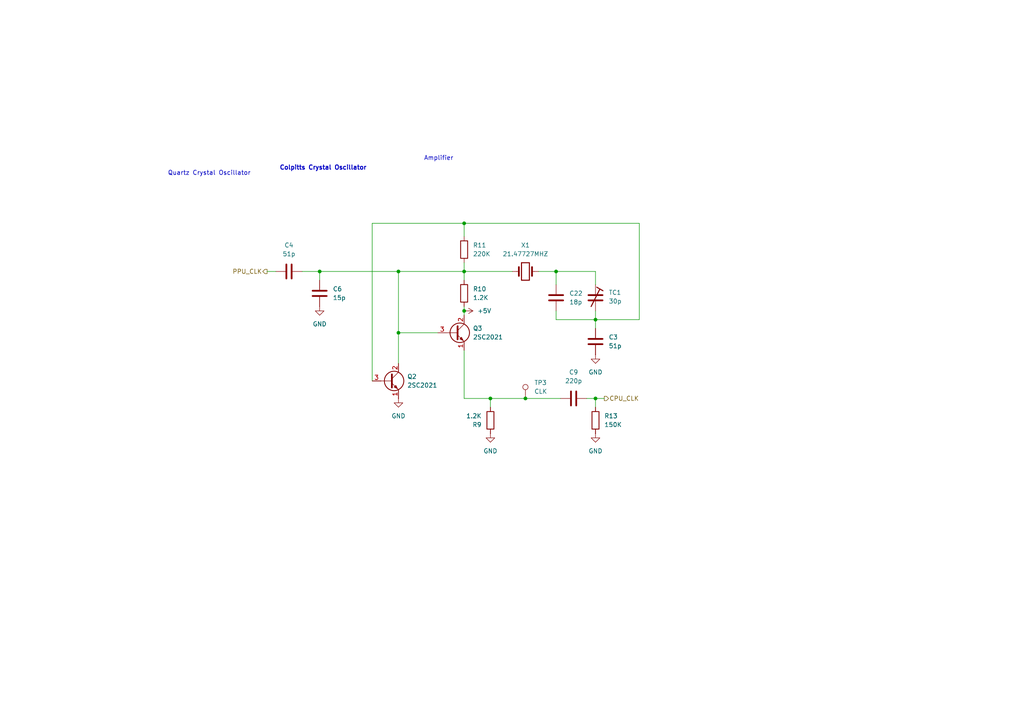
<source format=kicad_sch>
(kicad_sch (version 20250114) (generator "eeschema") (generator_version "9.0")
  (paper "A4")
  (title_block (title "Nintendo Famicom Mainboard") (date "2025-10-30") (rev "1"))
  (lib_symbols
    (symbol "Connector:TestPoint" (pin_numbers (hide yes)) (pin_names (offset 0.762) (hide yes))
      (property "Reference" "TP" (at 0 6.858 0))
      (property "Value" "TestPoint" (at 0 5.08 0))
      (symbol "TestPoint_0_1"
        (circle (center 0 3.302) (radius 0.762))
      )
      (symbol "TestPoint_1_1"
        (pin passive line (at 0 0 90) (length 2.54) (name "1") (number "1"))
      )
    )
    (symbol "Device:C" (pin_numbers (hide yes)) (pin_names (offset 0.254))
      (property "Reference" "C" (at 0.635 2.54 0))
      (property "Value" "C" (at 0.635 -2.54 0))
      (symbol "C_0_1"
        (polyline (pts (xy -2.032 0.762) (xy 2.032 0.762)) (stroke (width 0.508)))
        (polyline (pts (xy -2.032 -0.762) (xy 2.032 -0.762)) (stroke (width 0.508)))
      )
      (symbol "C_1_1"
        (pin passive line (at 0 3.81 270) (length 2.794) (name "~") (number "1"))
        (pin passive line (at 0 -3.81 90) (length 2.794) (name "~") (number "2"))
      )
    )
    (symbol "Device:C_Trim" (pin_numbers (hide yes)) (pin_names (offset 0.254) (hide yes))
      (property "Reference" "C" (at 1.524 -2.032 0))
      (property "Value" "C_Trim" (at 3.048 -3.556 0))
      (symbol "C_Trim_0_1"
        (polyline (pts (xy -2.032 0.762) (xy 2.032 0.762)) (stroke (width 0.508)))
        (polyline (pts (xy -2.032 -0.762) (xy 2.032 -0.762)) (stroke (width 0.508)))
        (polyline (pts (xy 1.27 2.54) (xy -1.27 -2.54)) (stroke (width 0.3048)))
        (polyline (pts (xy 1.27 2.54) (xy 0.381 3.048)) (stroke (width 0.3048)))
        (polyline (pts (xy 1.27 2.54) (xy 2.159 2.032)) (stroke (width 0.3048)))
      )
      (symbol "C_Trim_1_1"
        (pin passive line (at 0 3.81 270) (length 3.048) (name "~") (number "1"))
        (pin passive line (at 0 -3.81 90) (length 3.048) (name "~") (number "2"))
      )
    )
    (symbol "Device:Crystal" (pin_numbers (hide yes)) (pin_names (offset 1.016) (hide yes))
      (property "Reference" "Y" (at 0 3.81 0))
      (property "Value" "Crystal" (at 0 -3.81 0))
      (symbol "Crystal_0_1"
        (polyline (pts (xy -2.54 0) (xy -1.905 0)))
        (polyline (pts (xy -1.905 -1.27) (xy -1.905 1.27)) (stroke (width 0.508)))
        (rectangle (start -1.143 2.54) (end 1.143 -2.54) (stroke (width 0.3048)))
        (polyline (pts (xy 1.905 -1.27) (xy 1.905 1.27)) (stroke (width 0.508)))
        (polyline (pts (xy 2.54 0) (xy 1.905 0)))
      )
      (symbol "Crystal_1_1"
        (pin passive line (at -3.81 0 0) (length 1.27) (name "1") (number "1"))
        (pin passive line (at 3.81 0 180) (length 1.27) (name "2") (number "2"))
      )
    )
    (symbol "Device:R" (pin_numbers (hide yes)) (pin_names (offset 0))
      (property "Reference" "R" (at 2.032 0 90))
      (property "Value" "R" (at 0 0 90))
      (symbol "R_0_1"
        (rectangle (start -1.016 -2.54) (end 1.016 2.54) (stroke (width 0.254)))
      )
      (symbol "R_1_1"
        (pin passive line (at 0 3.81 270) (length 1.27) (name "~") (number "1"))
        (pin passive line (at 0 -3.81 90) (length 1.27) (name "~") (number "2"))
      )
    )
    (symbol "Transistor_BJT:Q_NPN_ECB" (pin_names (offset 0) (hide yes))
      (property "Reference" "Q" (at 5.08 1.27 0))
      (property "Value" "Q_NPN_ECB" (at 5.08 -1.27 0))
      (symbol "Q_NPN_ECB_0_1"
        (polyline (pts (xy -2.54 0) (xy 0.635 0)))
        (polyline (pts (xy 0.635 1.905) (xy 0.635 -1.905)) (stroke (width 0.508)))
        (circle (center 1.27 0) (radius 2.8194) (stroke (width 0.254)))
      )
      (symbol "Q_NPN_ECB_1_1"
        (polyline (pts (xy 0.635 0.635) (xy 2.54 2.54)))
        (polyline (pts (xy 0.635 -0.635) (xy 2.54 -2.54)))
        (polyline (pts (xy 1.27 -1.778) (xy 1.778 -1.27) (xy 2.286 -2.286) (xy 1.27 -1.778)) (fill (type outline)))
        (pin input line (at -5.08 0 0) (length 2.54) (name "B") (number "3"))
        (pin passive line (at 2.54 5.08 270) (length 2.54) (name "C") (number "2"))
        (pin passive line (at 2.54 -5.08 90) (length 2.54) (name "E") (number "1"))
      )
    )
    (symbol "power:+5V" (power) (pin_numbers (hide yes)) (pin_names (offset 0) (hide yes))
      (property "Value" "+5V" (at 0 3.556 0))
      (symbol "+5V_0_1"
        (polyline (pts (xy -0.762 1.27) (xy 0 2.54)))
        (polyline (pts (xy 0 2.54) (xy 0.762 1.27)))
        (polyline (pts (xy 0 0) (xy 0 2.54)))
      )
      (symbol "+5V_1_1"
        (pin power_in line (at 0 0 90) (length 0) (name "~") (number "1"))
      )
    )
    (symbol "power:GND" (power) (pin_numbers (hide yes)) (pin_names (offset 0) (hide yes))
      (property "Value" "GND" (at 0 -3.81 0))
      (symbol "GND_0_1"
        (polyline (pts (xy 0 0) (xy 0 -1.27) (xy 1.27 -1.27) (xy 0 -2.54) (xy -1.27 -1.27) (xy 0 -1.27)))
      )
      (symbol "GND_1_1"
        (pin power_in line (at 0 0 270) (length 0) (name "~") (number "1"))
      )
    )
  )
  (text "Quartz Crystal Oscillator" (at 60.706 50.292 0) (effects (font (size 1.27 1.27) (thickness 0.1588))))
  (text "Colpitts Crystal Oscillator" (at 93.726 48.768 0) (effects (font (size 1.27 1.27) (thickness 0.254) (bold yes))))
  (text "Amplifier" (at 127.254 45.974 0) (effects (font (size 1.27 1.27) (thickness 0.1588))))
  (junction (at 115.57 78.74))
  (junction (at 172.72 115.57))
  (junction (at 134.62 64.77))
  (junction (at 134.62 90.17))
  (junction (at 161.29 78.74))
  (junction (at 172.72 92.71))
  (junction (at 134.62 78.74))
  (junction (at 115.57 96.52))
  (junction (at 152.4 115.57))
  (junction (at 92.71 78.74))
  (junction (at 142.24 115.57))
  (wire (pts (xy 142.24 115.57) (xy 152.4 115.57)))
  (wire (pts (xy 134.62 101.6) (xy 134.62 115.57)))
  (wire (pts (xy 87.63 78.74) (xy 92.71 78.74)))
  (wire (pts (xy 185.42 64.77) (xy 134.62 64.77)))
  (wire (pts (xy 115.57 78.74) (xy 115.57 96.52)))
  (wire (pts (xy 161.29 82.55) (xy 161.29 78.74)))
  (wire (pts (xy 134.62 78.74) (xy 148.59 78.74)))
  (wire (pts (xy 175.26 115.57) (xy 172.72 115.57)))
  (wire (pts (xy 134.62 78.74) (xy 134.62 81.28)))
  (wire (pts (xy 134.62 64.77) (xy 134.62 68.58)))
  (wire (pts (xy 92.71 78.74) (xy 115.57 78.74)))
  (wire (pts (xy 156.21 78.74) (xy 161.29 78.74)))
  (wire (pts (xy 77.47 78.74) (xy 80.01 78.74)))
  (wire (pts (xy 115.57 78.74) (xy 134.62 78.74)))
  (wire (pts (xy 134.62 76.2) (xy 134.62 78.74)))
  (wire (pts (xy 172.72 115.57) (xy 172.72 118.11)))
  (wire (pts (xy 152.4 115.57) (xy 162.56 115.57)))
  (wire (pts (xy 161.29 92.71) (xy 172.72 92.71)))
  (wire (pts (xy 172.72 95.25) (xy 172.72 92.71)))
  (wire (pts (xy 172.72 92.71) (xy 172.72 90.17)))
  (wire (pts (xy 185.42 92.71) (xy 185.42 64.77)))
  (wire (pts (xy 134.62 88.9) (xy 134.62 90.17)))
  (wire (pts (xy 172.72 92.71) (xy 185.42 92.71)))
  (wire (pts (xy 172.72 115.57) (xy 170.18 115.57)))
  (wire (pts (xy 134.62 90.17) (xy 134.62 91.44)))
  (wire (pts (xy 92.71 81.28) (xy 92.71 78.74)))
  (wire (pts (xy 172.72 78.74) (xy 172.72 82.55)))
  (wire (pts (xy 142.24 118.11) (xy 142.24 115.57)))
  (wire (pts (xy 134.62 115.57) (xy 142.24 115.57)))
  (wire (pts (xy 115.57 96.52) (xy 127 96.52)))
  (wire (pts (xy 107.95 64.77) (xy 107.95 110.49)))
  (wire (pts (xy 161.29 90.17) (xy 161.29 92.71)))
  (wire (pts (xy 115.57 105.41) (xy 115.57 96.52)))
  (wire (pts (xy 161.29 78.74) (xy 172.72 78.74)))
  (wire (pts (xy 107.95 64.77) (xy 134.62 64.77)))
  (hierarchical_label "CPU_CLK" (shape output) (at 175.26 115.57 0))
  (hierarchical_label "PPU_CLK" (shape output) (at 77.47 78.74 180))
  (symbol (lib_id "power:GND") (at 115.57 115.57 0) (unit 1)
    (property "Reference" "#PWR031" (effects (hide yes)))
    (property "Value" "GND" (at 115.57 120.65 0))
    (property "Description" "Power symbol creates a global label with name \"GND\" , ground" (effects (hide yes)))
  )
  (symbol (lib_id "Device:C") (at 92.71 85.09 180) (unit 1)
    (property "Reference" "C6" (at 96.52 83.8199 0) (effects (justify right)))
    (property "Value" "15p" (at 96.52 86.3599 0) (effects (justify right)))
    (property "Footprint" "Nintendo:C_Disc_NoSilk_D3.0mm_W2.0mm_P3.0mm" (effects (hide yes)))
    (property "Description" "Unpolarized capacitor" (effects (hide yes)))
  )
  (symbol (lib_id "power:+5V") (at 134.62 90.17 270) (unit 1)
    (property "Reference" "#PWR013" (effects (hide yes)))
    (property "Value" "+5V" (at 138.43 90.1699 90) (effects (justify left)))
    (property "Description" "Power symbol creates a global label with name \"+5V\"" (effects (hide yes)))
  )
  (symbol (lib_id "Device:R") (at 142.24 121.92 0) (mirror y) (unit 1)
    (property "Reference" "R9" (at 139.7 123.1901 0) (effects (justify left)))
    (property "Value" "1.2K" (at 139.7 120.6501 0) (effects (justify left)))
    (property "Footprint" "Nintendo:R_Axial_NoSilk_DIN0207_L6.3mm_D2.5mm_P10.16mm_Horizontal" (effects (hide yes)))
    (property "Description" "Resistor" (effects (hide yes)))
  )
  (symbol (lib_id "power:GND") (at 92.71 88.9 0) (unit 1)
    (property "Reference" "#PWR028" (effects (hide yes)))
    (property "Value" "GND" (at 92.71 93.98 0))
    (property "Description" "Power symbol creates a global label with name \"GND\" , ground" (effects (hide yes)))
  )
  (symbol (lib_id "Device:R") (at 134.62 85.09 0) (unit 1)
    (property "Reference" "R10" (at 137.16 83.8199 0) (effects (justify left)))
    (property "Value" "1.2K" (at 137.16 86.3599 0) (effects (justify left)))
    (property "Footprint" "Nintendo:R_Axial_NoSilk_DIN0207_L6.3mm_D2.5mm_P10.16mm_Horizontal" (effects (hide yes)))
    (property "Description" "Resistor" (effects (hide yes)))
  )
  (symbol (lib_id "power:GND") (at 172.72 125.73 0) (unit 1)
    (property "Reference" "#PWR07" (effects (hide yes)))
    (property "Value" "GND" (at 172.72 130.81 0))
    (property "Description" "Power symbol creates a global label with name \"GND\" , ground" (effects (hide yes)))
  )
  (symbol (lib_id "Device:Crystal") (at 152.4 78.74 180) (unit 1)
    (property "Reference" "X1" (at 152.4 71.12 0))
    (property "Value" "21.47727MHƵ" (at 152.4 73.66 0))
    (property "Footprint" "Nintendo:crystal" (effects (hide yes)))
    (property "Description" "Two pin crystal" (effects (hide yes)))
  )
  (symbol (lib_id "Transistor_BJT:Q_NPN_ECB") (at 132.08 96.52 0) (unit 1)
    (property "Reference" "Q3" (at 137.16 95.2499 0) (effects (justify left)))
    (property "Value" "2SC2021" (at 137.16 97.7899 0) (effects (justify left)))
    (property "Footprint" "Nintendo:PACKAGE_TRANSISTOR_FTR" (effects (hide yes)))
    (property "Datasheet" "kicad-embed://2SC2021.pdf" (effects (hide yes)))
    (property "Description" "NPN transistor, emitter/collector/base" (effects (hide yes)))
    (property "Sim.Device" "NPN" (effects (hide yes)))
    (property "Sim.Type" "GUMMELPOON" (effects (hide yes)))
    (property "Sim.Pins" "1=C 2=B 3=E" (effects (hide yes)))
  )
  (symbol (lib_id "power:GND") (at 142.24 125.73 0) (unit 1)
    (property "Reference" "#PWR014" (effects (hide yes)))
    (property "Value" "GND" (at 142.24 130.81 0))
    (property "Description" "Power symbol creates a global label with name \"GND\" , ground" (effects (hide yes)))
  )
  (symbol (lib_id "Device:C") (at 83.82 78.74 90) (mirror x) (unit 1)
    (property "Reference" "C4" (at 83.82 71.12 90))
    (property "Value" "51p" (at 83.82 73.66 90))
    (property "Footprint" "Nintendo:C_Disc_NoSilk_D3.0mm_W2.0mm_P3.0mm" (effects (hide yes)))
    (property "Description" "Unpolarized capacitor" (effects (hide yes)))
  )
  (symbol (lib_id "Device:R") (at 134.62 72.39 0) (mirror y) (unit 1)
    (property "Reference" "R11" (at 137.16 71.1199 0) (effects (justify right)))
    (property "Value" "220K" (at 137.16 73.6599 0) (effects (justify right)))
    (property "Footprint" "Nintendo:R_Axial_NoSilk_DIN0207_L6.3mm_D2.5mm_P10.16mm_Horizontal" (effects (hide yes)))
    (property "Description" "Resistor" (effects (hide yes)))
  )
  (symbol (lib_id "Device:C") (at 172.72 99.06 0) (unit 1)
    (property "Reference" "C3" (at 176.53 97.7899 0) (effects (justify left)))
    (property "Value" "51p" (at 176.53 100.3299 0) (effects (justify left)))
    (property "Footprint" "Nintendo:C_Disc_NoSilk_D3.0mm_W2.0mm_P3.0mm" (effects (hide yes)))
    (property "Description" "Unpolarized capacitor" (effects (hide yes)))
  )
  (symbol (lib_id "Device:C") (at 161.29 86.36 0) (unit 1)
    (property "Reference" "C22" (at 165.1 85.0899 0) (effects (justify left)))
    (property "Value" "18p" (at 165.1 87.6299 0) (effects (justify left)))
    (property "Footprint" "Nintendo:C_Disc_NoSilk_D3.0mm_W2.0mm_P3.0mm" (effects (hide yes)))
    (property "Description" "Unpolarized capacitor" (effects (hide yes)))
  )
  (symbol (lib_id "Device:R") (at 172.72 121.92 0) (mirror y) (unit 1)
    (property "Reference" "R13" (at 175.26 120.6499 0) (effects (justify right)))
    (property "Value" "150K" (at 175.26 123.1899 0) (effects (justify right)))
    (property "Footprint" "Nintendo:R_Axial_NoSilk_DIN0207_L6.3mm_D2.5mm_P10.16mm_Horizontal" (effects (hide yes)))
    (property "Description" "Resistor" (effects (hide yes)))
  )
  (symbol (lib_id "Device:C_Trim") (at 172.72 86.36 0) (unit 1)
    (property "Reference" "TC1" (at 176.53 84.8359 0) (effects (justify left)))
    (property "Value" "30p" (at 176.53 87.3759 0) (effects (justify left)))
    (property "Footprint" "Nintendo:Capacitor_trimmer" (effects (hide yes)))
    (property "Description" "Trimmable capacitor" (effects (hide yes)))
  )
  (symbol (lib_id "power:GND") (at 172.72 102.87 0) (unit 1)
    (property "Reference" "#PWR011" (effects (hide yes)))
    (property "Value" "GND" (at 172.72 107.95 0))
    (property "Description" "Power symbol creates a global label with name \"GND\" , ground" (effects (hide yes)))
  )
  (symbol (lib_id "Transistor_BJT:Q_NPN_ECB") (at 113.03 110.49 0) (unit 1)
    (property "Reference" "Q2" (at 118.11 109.2199 0) (effects (justify left)))
    (property "Value" "2SC2021" (at 118.11 111.7599 0) (effects (justify left)))
    (property "Footprint" "Nintendo:PACKAGE_TRANSISTOR_FTR" (effects (hide yes)))
    (property "Datasheet" "kicad-embed://2SC2021.pdf" (effects (hide yes)))
    (property "Description" "NPN transistor, emitter/collector/base" (effects (hide yes)))
    (property "Sim.Device" "NPN" (effects (hide yes)))
    (property "Sim.Type" "GUMMELPOON" (effects (hide yes)))
    (property "Sim.Pins" "1=C 2=B 3=E" (effects (hide yes)))
  )
  (symbol (lib_id "Device:C") (at 166.37 115.57 270) (mirror x) (unit 1)
    (property "Reference" "C9" (at 166.37 107.95 90))
    (property "Value" "220p" (at 166.37 110.49 90))
    (property "Footprint" "Nintendo:C_Disc_NoSilk_D3.0mm_W2.0mm_P5.0mm" (effects (hide yes)))
    (property "Description" "Unpolarized capacitor" (effects (hide yes)))
  )
  (symbol (lib_id "Connector:TestPoint") (at 152.4 115.57 0) (unit 1)
    (property "Reference" "TP3" (at 154.94 110.9979 0) (effects (justify left)))
    (property "Value" "CLK" (at 154.94 113.5379 0) (effects (justify left)))
    (property "Footprint" "Nintendo:test_pad" (effects (hide yes)))
    (property "Description" "test point" (effects (hide yes)))
  )
)
</source>
